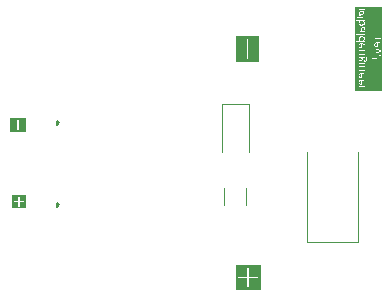
<source format=gbr>
%TF.GenerationSoftware,KiCad,Pcbnew,8.0.5*%
%TF.CreationDate,2024-10-20T11:11:32-05:00*%
%TF.ProjectId,Banana to USB-C Adapter v3,42616e61-6e61-4207-946f-205553422d43,2*%
%TF.SameCoordinates,Original*%
%TF.FileFunction,Legend,Bot*%
%TF.FilePolarity,Positive*%
%FSLAX46Y46*%
G04 Gerber Fmt 4.6, Leading zero omitted, Abs format (unit mm)*
G04 Created by KiCad (PCBNEW 8.0.5) date 2024-10-20 11:11:32*
%MOMM*%
%LPD*%
G01*
G04 APERTURE LIST*
%ADD10C,0.150000*%
%ADD11C,0.120000*%
G04 APERTURE END LIST*
G36*
X127750000Y-95650000D02*
G01*
X129050000Y-95650000D01*
X129050000Y-95750000D01*
X127750000Y-95750000D01*
X127750000Y-95650000D01*
G37*
G36*
X127750000Y-96750000D02*
G01*
X129050000Y-96750000D01*
X129050000Y-96850000D01*
X127750000Y-96850000D01*
X127750000Y-96750000D01*
G37*
D10*
X131725000Y-95925000D02*
X131725000Y-96275000D01*
X131725000Y-95950000D02*
X131725000Y-95925000D01*
X131725000Y-103175000D02*
X131900000Y-103000000D01*
X131725000Y-96275000D02*
X131900000Y-96100000D01*
X131725000Y-95925000D02*
X131900000Y-96100000D01*
X131725000Y-102825000D02*
X131725000Y-103175000D01*
G36*
X127750000Y-95675000D02*
G01*
X128200000Y-95675000D01*
X128200000Y-96825000D01*
X127750000Y-96825000D01*
X127750000Y-95675000D01*
G37*
G36*
X146850000Y-88750000D02*
G01*
X147550000Y-88750000D01*
X147550000Y-90900000D01*
X146850000Y-90900000D01*
X146850000Y-88750000D01*
G37*
G36*
X128550000Y-95675000D02*
G01*
X129050000Y-95675000D01*
X129050000Y-96825000D01*
X128550000Y-96825000D01*
X128550000Y-95675000D01*
G37*
X131725000Y-102850000D02*
X131725000Y-102825000D01*
G36*
X148100000Y-88750000D02*
G01*
X148800000Y-88750000D01*
X148800000Y-90900000D01*
X148100000Y-90900000D01*
X148100000Y-88750000D01*
G37*
G36*
X146850000Y-90700000D02*
G01*
X148750000Y-90700000D01*
X148750000Y-90900000D01*
X146850000Y-90900000D01*
X146850000Y-90700000D01*
G37*
G36*
X146850000Y-88750000D02*
G01*
X148750000Y-88750000D01*
X148750000Y-88950000D01*
X146850000Y-88950000D01*
X146850000Y-88750000D01*
G37*
X131725000Y-102825000D02*
X131900000Y-103000000D01*
G36*
X148958601Y-110215724D02*
G01*
X146843230Y-110215724D01*
X146843230Y-109143406D01*
X147065452Y-109143406D01*
X147065452Y-109172670D01*
X147076651Y-109199706D01*
X147097343Y-109220398D01*
X147124379Y-109231597D01*
X147139011Y-109233038D01*
X147825915Y-109233038D01*
X147825915Y-109919943D01*
X147827356Y-109934575D01*
X147838555Y-109961611D01*
X147859247Y-109982303D01*
X147886283Y-109993502D01*
X147915547Y-109993502D01*
X147942583Y-109982303D01*
X147963275Y-109961611D01*
X147974474Y-109934575D01*
X147975915Y-109919943D01*
X147975915Y-109233038D01*
X148662820Y-109233038D01*
X148677452Y-109231597D01*
X148704488Y-109220398D01*
X148725180Y-109199706D01*
X148736379Y-109172670D01*
X148736379Y-109143406D01*
X148725180Y-109116370D01*
X148704488Y-109095678D01*
X148677452Y-109084479D01*
X148662820Y-109083038D01*
X147975915Y-109083038D01*
X147975915Y-108396133D01*
X147974474Y-108381501D01*
X147963275Y-108354465D01*
X147942583Y-108333773D01*
X147915547Y-108322574D01*
X147886283Y-108322574D01*
X147859247Y-108333773D01*
X147838555Y-108354465D01*
X147827356Y-108381501D01*
X147825915Y-108396133D01*
X147825915Y-109083038D01*
X147139011Y-109083038D01*
X147124379Y-109084479D01*
X147097343Y-109095678D01*
X147076651Y-109116370D01*
X147065452Y-109143406D01*
X146843230Y-109143406D01*
X146843230Y-108100352D01*
X148958601Y-108100352D01*
X148958601Y-110215724D01*
G37*
G36*
X148136288Y-90881506D02*
G01*
X147541844Y-90881506D01*
X147541844Y-89061916D01*
X147764066Y-89061916D01*
X147764066Y-90585725D01*
X147765507Y-90600357D01*
X147776706Y-90627393D01*
X147797398Y-90648085D01*
X147824434Y-90659284D01*
X147853698Y-90659284D01*
X147880734Y-90648085D01*
X147901426Y-90627393D01*
X147912625Y-90600357D01*
X147914066Y-90585725D01*
X147914066Y-89061916D01*
X147912625Y-89047284D01*
X147901426Y-89020248D01*
X147880734Y-88999556D01*
X147853698Y-88988357D01*
X147824434Y-88988357D01*
X147797398Y-88999556D01*
X147776706Y-89020248D01*
X147765507Y-89047284D01*
X147764066Y-89061916D01*
X147541844Y-89061916D01*
X147541844Y-88766135D01*
X148136288Y-88766135D01*
X148136288Y-90881506D01*
G37*
G36*
X157452990Y-92752936D02*
G01*
X157413804Y-92750619D01*
X157374237Y-92738822D01*
X157347477Y-92721477D01*
X157322681Y-92689167D01*
X157311012Y-92649898D01*
X157309180Y-92622803D01*
X157314313Y-92582311D01*
X157321099Y-92563989D01*
X157343374Y-92530687D01*
X157352752Y-92521589D01*
X157385799Y-92500376D01*
X157398475Y-92495210D01*
X157437144Y-92486148D01*
X157452990Y-92484855D01*
X157452990Y-92752936D01*
G37*
G36*
X157452990Y-92195671D02*
G01*
X157413804Y-92193355D01*
X157374237Y-92181558D01*
X157347477Y-92164213D01*
X157322681Y-92131903D01*
X157311012Y-92092633D01*
X157309180Y-92065538D01*
X157314313Y-92025047D01*
X157321099Y-92006725D01*
X157343374Y-91973422D01*
X157352752Y-91964324D01*
X157385799Y-91943112D01*
X157398475Y-91937946D01*
X157437144Y-91928883D01*
X157452990Y-91927590D01*
X157452990Y-92195671D01*
G37*
G36*
X157868764Y-90541515D02*
G01*
X157884811Y-90563543D01*
X157897367Y-90600803D01*
X157902532Y-90641433D01*
X157903178Y-90664757D01*
X157900917Y-90704757D01*
X157895167Y-90733731D01*
X157879735Y-90770525D01*
X157874260Y-90778476D01*
X157844169Y-90802901D01*
X157808803Y-90810326D01*
X157770950Y-90796800D01*
X157760150Y-90784143D01*
X157745379Y-90746739D01*
X157741782Y-90713605D01*
X157737484Y-90585622D01*
X157763471Y-90556704D01*
X157786723Y-90538923D01*
X157808803Y-90529739D01*
X157831273Y-90527395D01*
X157868764Y-90541515D01*
G37*
G36*
X157454472Y-90560456D02*
G01*
X157488747Y-90582105D01*
X157509634Y-90617872D01*
X157515490Y-90656767D01*
X157515516Y-90659872D01*
X157510098Y-90698728D01*
X157507309Y-90706376D01*
X157484644Y-90739202D01*
X157451231Y-90758351D01*
X157411762Y-90764799D01*
X157371055Y-90758702D01*
X157336339Y-90737053D01*
X157315969Y-90703445D01*
X157309286Y-90664421D01*
X157309180Y-90658113D01*
X157315161Y-90618469D01*
X157317581Y-90612196D01*
X157340833Y-90579760D01*
X157374832Y-90560612D01*
X157413583Y-90554365D01*
X157414888Y-90554359D01*
X157454472Y-90560456D01*
G37*
G36*
X157452990Y-89678211D02*
G01*
X157413804Y-89675895D01*
X157374237Y-89664098D01*
X157347477Y-89646753D01*
X157322681Y-89614443D01*
X157311012Y-89575173D01*
X157309180Y-89548079D01*
X157314313Y-89507587D01*
X157321099Y-89489265D01*
X157343374Y-89455962D01*
X157352752Y-89446864D01*
X157385799Y-89425652D01*
X157398475Y-89420486D01*
X157437144Y-89411423D01*
X157452990Y-89410130D01*
X157452990Y-89678211D01*
G37*
G36*
X158796990Y-89578952D02*
G01*
X158757804Y-89576635D01*
X158718237Y-89564838D01*
X158691477Y-89547493D01*
X158666681Y-89515183D01*
X158655012Y-89475914D01*
X158653180Y-89448819D01*
X158658313Y-89408327D01*
X158665099Y-89390005D01*
X158687374Y-89356703D01*
X158696752Y-89347605D01*
X158729799Y-89326392D01*
X158742475Y-89321227D01*
X158781144Y-89312164D01*
X158796990Y-89310871D01*
X158796990Y-89578952D01*
G37*
G36*
X157548316Y-88823202D02*
G01*
X157582732Y-88827269D01*
X157620925Y-88836522D01*
X157647212Y-88847395D01*
X157679345Y-88870155D01*
X157692348Y-88885301D01*
X157707338Y-88921549D01*
X157709347Y-88944701D01*
X157704462Y-88979481D01*
X157687658Y-89013871D01*
X157662867Y-89044659D01*
X157657177Y-89050605D01*
X157627321Y-89078219D01*
X157611064Y-89091442D01*
X157410785Y-89091442D01*
X157379012Y-89064102D01*
X157351599Y-89035290D01*
X157339856Y-89020123D01*
X157321538Y-88985148D01*
X157315432Y-88948609D01*
X157321996Y-88909255D01*
X157332236Y-88889600D01*
X157360152Y-88860710D01*
X157376200Y-88850326D01*
X157413218Y-88834725D01*
X157438140Y-88828441D01*
X157477419Y-88822912D01*
X157508482Y-88821603D01*
X157548316Y-88823202D01*
G37*
G36*
X157671812Y-88034372D02*
G01*
X157692934Y-88050186D01*
X157711859Y-88086078D01*
X157715600Y-88118574D01*
X157709262Y-88159176D01*
X157697623Y-88184813D01*
X157672912Y-88218082D01*
X157644445Y-88246805D01*
X157642131Y-88248902D01*
X157537400Y-88248902D01*
X157537400Y-88171330D01*
X157539673Y-88130457D01*
X157543848Y-88106460D01*
X157557315Y-88069322D01*
X157562411Y-88060933D01*
X157592110Y-88034164D01*
X157630376Y-88025770D01*
X157631775Y-88025762D01*
X157671812Y-88034372D01*
G37*
G36*
X157645768Y-87496139D02*
G01*
X157673181Y-87524969D01*
X157684923Y-87540012D01*
X157703241Y-87574743D01*
X157709347Y-87610940D01*
X157702783Y-87649622D01*
X157692543Y-87669167D01*
X157664358Y-87698141D01*
X157648189Y-87708441D01*
X157610987Y-87724042D01*
X157586249Y-87730326D01*
X157547251Y-87736013D01*
X157516493Y-87737360D01*
X157476201Y-87735705D01*
X157441657Y-87731498D01*
X157403429Y-87722341D01*
X157377372Y-87711372D01*
X157345411Y-87688612D01*
X157332431Y-87673466D01*
X157317092Y-87635685D01*
X157315432Y-87614848D01*
X157320512Y-87580067D01*
X157337316Y-87545483D01*
X157361969Y-87514833D01*
X157367602Y-87508944D01*
X157397559Y-87481683D01*
X157414106Y-87468497D01*
X157613995Y-87468497D01*
X157645768Y-87496139D01*
G37*
G36*
X157568616Y-86671370D02*
G01*
X157590938Y-86681254D01*
X157611403Y-86716435D01*
X157612431Y-86730688D01*
X157608133Y-86757457D01*
X157594455Y-86786571D01*
X157571344Y-86818129D01*
X157570422Y-86819202D01*
X157543693Y-86848521D01*
X157535055Y-86857499D01*
X157393004Y-86883878D01*
X157360834Y-86861333D01*
X157340052Y-86840891D01*
X157322833Y-86804657D01*
X157321685Y-86791065D01*
X157330832Y-86752806D01*
X157332822Y-86749251D01*
X157359178Y-86718568D01*
X157361350Y-86716815D01*
X157395373Y-86696021D01*
X157400819Y-86693564D01*
X157438913Y-86679911D01*
X157446151Y-86677932D01*
X157485602Y-86670025D01*
X157491092Y-86669335D01*
X157529584Y-86666795D01*
X157568616Y-86671370D01*
G37*
G36*
X159220394Y-93357470D02*
G01*
X156923291Y-93357470D01*
X156923291Y-93196481D01*
X157237274Y-93196481D01*
X157238056Y-93212698D01*
X157240987Y-93231651D01*
X157245872Y-93249432D01*
X157251343Y-93260765D01*
X157256618Y-93265064D01*
X157262871Y-93267018D01*
X157273813Y-93268190D01*
X157293548Y-93268581D01*
X157313674Y-93267995D01*
X157326374Y-93265650D01*
X157333408Y-93261547D01*
X157335949Y-93254708D01*
X157333408Y-93243961D01*
X157328524Y-93229698D01*
X157323834Y-93211917D01*
X157321685Y-93190423D01*
X157327547Y-93163459D01*
X157346500Y-93135713D01*
X157376142Y-93109213D01*
X157381475Y-93105231D01*
X157414234Y-93082944D01*
X157434818Y-93070060D01*
X157758000Y-93070060D01*
X157765425Y-93067911D01*
X157770701Y-93060681D01*
X157774023Y-93047004D01*
X157775000Y-93024534D01*
X157774023Y-93002454D01*
X157770701Y-92988386D01*
X157765425Y-92981351D01*
X157758000Y-92979397D01*
X157266779Y-92979397D01*
X157259354Y-92980961D01*
X157253883Y-92987604D01*
X157250561Y-93000305D01*
X157249780Y-93020626D01*
X157250561Y-93040751D01*
X157253883Y-93053061D01*
X157259354Y-93059314D01*
X157266779Y-93061268D01*
X157338293Y-93061268D01*
X157305533Y-93084503D01*
X157287882Y-93099370D01*
X157260890Y-93128174D01*
X157257205Y-93133173D01*
X157241573Y-93164827D01*
X157237274Y-93196481D01*
X156923291Y-93196481D01*
X156923291Y-92626711D01*
X157237274Y-92626711D01*
X157239885Y-92667936D01*
X157248604Y-92707077D01*
X157255837Y-92725776D01*
X157276030Y-92761024D01*
X157303721Y-92791524D01*
X157305662Y-92793187D01*
X157339661Y-92816048D01*
X157376504Y-92831092D01*
X157379131Y-92831875D01*
X157419986Y-92840710D01*
X157460442Y-92844076D01*
X157469403Y-92844185D01*
X157485621Y-92844185D01*
X157515907Y-92833438D01*
X157524895Y-92809014D01*
X157524895Y-92484855D01*
X157565732Y-92486906D01*
X157602271Y-92493061D01*
X157639733Y-92506664D01*
X157661475Y-92520416D01*
X157688908Y-92550686D01*
X157699382Y-92570437D01*
X157709968Y-92609496D01*
X157712473Y-92645859D01*
X157710260Y-92686770D01*
X157706807Y-92708386D01*
X157696813Y-92746902D01*
X157693715Y-92756062D01*
X157680819Y-92789083D01*
X157674958Y-92808623D01*
X157676912Y-92815266D01*
X157682773Y-92819956D01*
X157693715Y-92822496D01*
X157710715Y-92823277D01*
X157723415Y-92822691D01*
X157732990Y-92821324D01*
X157740415Y-92818588D01*
X157746863Y-92813703D01*
X157757023Y-92795922D01*
X157770090Y-92758899D01*
X157770505Y-92757430D01*
X157779518Y-92717789D01*
X157782229Y-92702719D01*
X157786763Y-92662282D01*
X157787505Y-92636481D01*
X157785473Y-92596346D01*
X157778622Y-92556619D01*
X157770310Y-92529600D01*
X157751952Y-92492227D01*
X157727311Y-92460464D01*
X157719117Y-92452419D01*
X157686077Y-92427981D01*
X157649503Y-92410513D01*
X157633925Y-92405134D01*
X157593194Y-92395489D01*
X157551754Y-92390559D01*
X157514930Y-92389307D01*
X157472147Y-92391246D01*
X157432457Y-92397065D01*
X157399061Y-92405720D01*
X157362571Y-92420091D01*
X157328002Y-92440310D01*
X157311524Y-92453201D01*
X157283282Y-92482853D01*
X157261473Y-92517443D01*
X157256423Y-92528232D01*
X157244025Y-92565694D01*
X157237948Y-92606639D01*
X157237405Y-92622803D01*
X157237274Y-92626711D01*
X156923291Y-92626711D01*
X156923291Y-92069446D01*
X157237274Y-92069446D01*
X157239885Y-92110671D01*
X157248604Y-92149813D01*
X157255837Y-92168511D01*
X157276030Y-92203759D01*
X157303721Y-92234259D01*
X157305662Y-92235922D01*
X157339661Y-92258783D01*
X157376504Y-92273827D01*
X157379131Y-92274610D01*
X157419986Y-92283446D01*
X157460442Y-92286812D01*
X157469403Y-92286920D01*
X157485621Y-92286920D01*
X157515907Y-92276173D01*
X157524895Y-92251749D01*
X157524895Y-91927590D01*
X157565732Y-91929642D01*
X157602271Y-91935797D01*
X157639733Y-91949399D01*
X157661475Y-91963152D01*
X157688908Y-91993422D01*
X157699382Y-92013173D01*
X157709968Y-92052232D01*
X157712473Y-92088595D01*
X157710260Y-92129506D01*
X157706807Y-92151121D01*
X157696813Y-92189637D01*
X157693715Y-92198797D01*
X157680819Y-92231819D01*
X157674958Y-92251358D01*
X157676912Y-92258002D01*
X157682773Y-92262691D01*
X157693715Y-92265231D01*
X157710715Y-92266013D01*
X157723415Y-92265427D01*
X157732990Y-92264059D01*
X157740415Y-92261324D01*
X157746863Y-92256439D01*
X157757023Y-92238658D01*
X157770090Y-92201634D01*
X157770505Y-92200165D01*
X157779518Y-92160524D01*
X157782229Y-92145455D01*
X157786763Y-92105017D01*
X157787505Y-92079216D01*
X157785473Y-92039082D01*
X157778622Y-91999354D01*
X157770310Y-91972335D01*
X157751952Y-91934962D01*
X157727311Y-91903199D01*
X157719117Y-91895155D01*
X157686077Y-91870717D01*
X157649503Y-91853248D01*
X157633925Y-91847869D01*
X157593194Y-91838225D01*
X157551754Y-91833294D01*
X157514930Y-91832042D01*
X157472147Y-91833982D01*
X157432457Y-91839800D01*
X157399061Y-91848455D01*
X157362571Y-91862826D01*
X157328002Y-91883045D01*
X157311524Y-91895936D01*
X157283282Y-91925589D01*
X157261473Y-91960178D01*
X157256423Y-91970968D01*
X157244025Y-92008429D01*
X157237948Y-92049374D01*
X157237405Y-92065538D01*
X157237274Y-92069446D01*
X156923291Y-92069446D01*
X156923291Y-91525273D01*
X157237274Y-91525273D01*
X157240491Y-91565633D01*
X157252044Y-91604248D01*
X157254078Y-91608511D01*
X157276569Y-91642459D01*
X157299019Y-91663222D01*
X157333702Y-91682971D01*
X157364867Y-91693117D01*
X157403570Y-91699709D01*
X157445735Y-91702220D01*
X157455530Y-91702300D01*
X157758000Y-91702300D01*
X157765425Y-91700151D01*
X157770701Y-91692922D01*
X157774023Y-91679244D01*
X157775000Y-91657164D01*
X157774023Y-91634694D01*
X157770701Y-91620821D01*
X157765425Y-91613787D01*
X157757805Y-91611638D01*
X157467058Y-91611638D01*
X157426695Y-91609763D01*
X157398866Y-91604994D01*
X157361409Y-91590200D01*
X157354120Y-91585650D01*
X157327343Y-91556726D01*
X157325397Y-91553019D01*
X157315675Y-91514797D01*
X157315432Y-91506711D01*
X157323098Y-91468304D01*
X157339661Y-91438518D01*
X157365200Y-91408096D01*
X157393996Y-91380949D01*
X157410785Y-91367004D01*
X157757805Y-91367004D01*
X157765425Y-91364855D01*
X157770701Y-91357625D01*
X157774023Y-91343947D01*
X157775000Y-91321477D01*
X157774023Y-91299397D01*
X157770701Y-91285329D01*
X157765425Y-91278295D01*
X157758000Y-91276341D01*
X157266779Y-91276341D01*
X157259354Y-91277904D01*
X157253883Y-91284548D01*
X157250561Y-91297248D01*
X157249780Y-91317569D01*
X157250561Y-91337695D01*
X157253883Y-91350005D01*
X157259354Y-91356257D01*
X157266779Y-91358211D01*
X157331650Y-91358211D01*
X157301160Y-91386912D01*
X157274956Y-91418117D01*
X157260136Y-91441449D01*
X157244508Y-91477978D01*
X157237475Y-91517365D01*
X157237274Y-91525273D01*
X156923291Y-91525273D01*
X156923291Y-91065706D01*
X157040317Y-91065706D01*
X157047798Y-91104175D01*
X157051650Y-91109279D01*
X157090588Y-91121151D01*
X157094441Y-91121198D01*
X157133099Y-91113200D01*
X157138210Y-91109083D01*
X157149636Y-91070437D01*
X157149728Y-91065120D01*
X157249780Y-91065120D01*
X157250952Y-91087590D01*
X157254274Y-91101268D01*
X157259745Y-91108497D01*
X157266779Y-91110647D01*
X157758000Y-91110647D01*
X157765425Y-91108497D01*
X157770701Y-91101268D01*
X157774023Y-91087590D01*
X157775000Y-91065120D01*
X157774023Y-91043040D01*
X157770701Y-91028972D01*
X157765425Y-91021938D01*
X157758000Y-91019984D01*
X157266779Y-91019984D01*
X157259745Y-91021938D01*
X157254274Y-91028972D01*
X157250952Y-91043040D01*
X157249780Y-91065120D01*
X157149728Y-91065120D01*
X157149738Y-91064534D01*
X157142256Y-91025936D01*
X157138405Y-91020765D01*
X157099467Y-91009087D01*
X157095614Y-91009042D01*
X157057085Y-91017039D01*
X157052041Y-91021156D01*
X157040420Y-91059803D01*
X157040317Y-91065706D01*
X156923291Y-91065706D01*
X156923291Y-90659872D01*
X157237274Y-90659872D01*
X157240194Y-90699428D01*
X157240596Y-90701882D01*
X157249780Y-90738421D01*
X157249780Y-90887897D01*
X157259159Y-90901770D01*
X157287491Y-90906460D01*
X157316018Y-90901184D01*
X157324811Y-90887897D01*
X157324811Y-90816969D01*
X157356920Y-90840475D01*
X157365062Y-90843738D01*
X157403573Y-90851363D01*
X157410980Y-90851554D01*
X157450938Y-90848086D01*
X157486011Y-90837681D01*
X157521084Y-90817237D01*
X157541113Y-90798407D01*
X157564076Y-90764798D01*
X157575502Y-90737834D01*
X157584802Y-90698314D01*
X157587421Y-90659872D01*
X157583727Y-90619614D01*
X157579605Y-90602231D01*
X157564007Y-90566222D01*
X157559675Y-90560221D01*
X157583513Y-90544003D01*
X157614190Y-90537751D01*
X157647993Y-90555531D01*
X157659063Y-90585622D01*
X157661587Y-90592482D01*
X157662452Y-90603208D01*
X157667923Y-90732363D01*
X157671777Y-90771773D01*
X157678279Y-90799774D01*
X157693699Y-90836676D01*
X157704462Y-90853117D01*
X157732936Y-90880450D01*
X157746277Y-90888288D01*
X157784007Y-90899748D01*
X157803722Y-90900989D01*
X157843552Y-90895960D01*
X157869375Y-90886725D01*
X157903744Y-90864414D01*
X157924085Y-90842956D01*
X157945237Y-90809544D01*
X157960541Y-90770767D01*
X157961406Y-90767925D01*
X157970261Y-90728193D01*
X157974429Y-90686652D01*
X157975083Y-90660263D01*
X157973627Y-90617893D01*
X157968763Y-90577573D01*
X157964727Y-90558267D01*
X157952662Y-90520019D01*
X157937897Y-90491443D01*
X158393696Y-90491443D01*
X158396115Y-90531227D01*
X158404916Y-90571841D01*
X158408351Y-90581715D01*
X158425692Y-90617228D01*
X158448406Y-90646000D01*
X158479641Y-90670716D01*
X158507611Y-90684297D01*
X158546842Y-90694567D01*
X158579321Y-90696998D01*
X158620089Y-90694862D01*
X158647904Y-90690940D01*
X158685627Y-90680700D01*
X158721568Y-90665344D01*
X158757861Y-90644918D01*
X158791768Y-90622112D01*
X158809690Y-90608875D01*
X158841408Y-90583550D01*
X158872400Y-90556711D01*
X158901896Y-90529637D01*
X158921260Y-90511178D01*
X159037715Y-90398631D01*
X159037715Y-90707940D01*
X159040256Y-90716537D01*
X159047876Y-90723571D01*
X159060381Y-90728065D01*
X159077771Y-90729433D01*
X159095552Y-90728065D01*
X159108644Y-90724157D01*
X159116459Y-90717514D01*
X159119000Y-90708526D01*
X159119000Y-90315588D01*
X159117046Y-90302106D01*
X159110793Y-90292141D01*
X159097897Y-90286083D01*
X159077381Y-90284325D01*
X159058036Y-90285106D01*
X159043187Y-90288624D01*
X159030486Y-90295462D01*
X159016808Y-90306209D01*
X158872217Y-90444157D01*
X158841270Y-90472207D01*
X158809654Y-90498742D01*
X158780577Y-90520752D01*
X158746399Y-90543512D01*
X158710727Y-90563296D01*
X158706522Y-90565302D01*
X158669049Y-90580076D01*
X158645950Y-90585818D01*
X158606896Y-90590581D01*
X158594757Y-90590899D01*
X158555327Y-90584915D01*
X158550011Y-90583083D01*
X158515902Y-90563494D01*
X158512886Y-90560808D01*
X158489302Y-90528342D01*
X158487485Y-90524269D01*
X158478555Y-90486020D01*
X158478106Y-90473857D01*
X158482152Y-90434595D01*
X158488462Y-90413676D01*
X158504985Y-90377442D01*
X158510933Y-90366977D01*
X158532754Y-90334218D01*
X158533403Y-90333369D01*
X158543759Y-90313439D01*
X158541414Y-90306404D01*
X158533989Y-90301520D01*
X158520116Y-90298393D01*
X158499404Y-90297416D01*
X158484359Y-90298003D01*
X158473417Y-90299956D01*
X158464819Y-90303474D01*
X158454659Y-90312266D01*
X158438246Y-90335127D01*
X158419603Y-90371262D01*
X158417729Y-90375769D01*
X158404840Y-90413403D01*
X158400730Y-90429503D01*
X158394527Y-90469490D01*
X158393696Y-90491443D01*
X157937897Y-90491443D01*
X157936786Y-90489293D01*
X157909281Y-90459412D01*
X157894581Y-90450409D01*
X157856969Y-90439253D01*
X157841043Y-90438295D01*
X157805676Y-90442594D01*
X157773046Y-90456076D01*
X157743346Y-90478742D01*
X157716271Y-90508714D01*
X157715404Y-90509809D01*
X157691165Y-90478316D01*
X157679647Y-90469949D01*
X157642081Y-90457506D01*
X157632752Y-90457053D01*
X157592346Y-90462396D01*
X157570812Y-90470730D01*
X157537349Y-90491543D01*
X157521769Y-90504729D01*
X157488722Y-90483187D01*
X157476437Y-90477765D01*
X157436699Y-90468949D01*
X157415279Y-90467995D01*
X157375662Y-90471561D01*
X157340443Y-90482259D01*
X157306412Y-90501768D01*
X157284560Y-90521728D01*
X157261201Y-90555405D01*
X157249584Y-90582496D01*
X157239979Y-90622045D01*
X157237400Y-90658113D01*
X157237274Y-90659872D01*
X156923291Y-90659872D01*
X156923291Y-90153605D01*
X157237274Y-90153605D01*
X157240491Y-90193965D01*
X157252044Y-90232580D01*
X157254078Y-90236843D01*
X157276569Y-90270792D01*
X157299019Y-90291554D01*
X157333702Y-90311303D01*
X157364867Y-90321449D01*
X157403570Y-90328041D01*
X157445735Y-90330552D01*
X157455530Y-90330633D01*
X157758000Y-90330633D01*
X157765425Y-90328483D01*
X157770701Y-90321254D01*
X157774023Y-90307576D01*
X157775000Y-90285497D01*
X157774023Y-90263026D01*
X157770701Y-90249153D01*
X157765425Y-90242119D01*
X157757805Y-90239970D01*
X157467058Y-90239970D01*
X157426695Y-90238095D01*
X157398866Y-90233326D01*
X157361409Y-90218532D01*
X157354120Y-90213982D01*
X157327343Y-90185058D01*
X157325397Y-90181351D01*
X157315675Y-90143129D01*
X157315432Y-90135043D01*
X157323098Y-90096637D01*
X157339661Y-90066850D01*
X157365200Y-90036428D01*
X157393996Y-90009281D01*
X157410785Y-89995336D01*
X157757805Y-89995336D01*
X157765425Y-89993187D01*
X157770701Y-89985957D01*
X157774023Y-89972280D01*
X157775000Y-89949809D01*
X157774023Y-89927730D01*
X157770701Y-89913661D01*
X157765425Y-89906627D01*
X157758000Y-89904673D01*
X157266779Y-89904673D01*
X157259354Y-89906236D01*
X157253883Y-89912880D01*
X157250561Y-89925580D01*
X157249780Y-89945901D01*
X157250561Y-89966027D01*
X157253883Y-89978337D01*
X157259354Y-89984589D01*
X157266779Y-89986543D01*
X157331650Y-89986543D01*
X157301160Y-90015245D01*
X157274956Y-90046450D01*
X157260136Y-90069781D01*
X157244508Y-90106310D01*
X157237475Y-90145697D01*
X157237274Y-90153605D01*
X156923291Y-90153605D01*
X156923291Y-89779035D01*
X158593780Y-89779035D01*
X158594561Y-89804632D01*
X158597688Y-89819482D01*
X158603159Y-89827102D01*
X158611170Y-89831792D01*
X159016222Y-89971499D01*
X159022866Y-89973648D01*
X159016222Y-89975407D01*
X158611170Y-90113160D01*
X158603159Y-90117067D01*
X158597688Y-90125079D01*
X158594561Y-90139342D01*
X158593780Y-90163180D01*
X158594366Y-90184088D01*
X158597101Y-90196984D01*
X158602377Y-90203627D01*
X158609607Y-90205581D01*
X158614296Y-90205190D01*
X158619376Y-90204409D01*
X158625434Y-90203041D01*
X158632468Y-90201087D01*
X159099265Y-90032462D01*
X159109230Y-90026600D01*
X159115287Y-90015853D01*
X159118218Y-89997877D01*
X159119000Y-89970326D01*
X159118023Y-89942776D01*
X159114701Y-89924995D01*
X159108644Y-89914248D01*
X159099265Y-89908191D01*
X158632468Y-89740152D01*
X158621135Y-89736439D01*
X158613710Y-89734876D01*
X158609607Y-89734681D01*
X158601986Y-89736830D01*
X158596906Y-89744255D01*
X158594366Y-89757933D01*
X158593780Y-89779035D01*
X156923291Y-89779035D01*
X156923291Y-89551986D01*
X157237274Y-89551986D01*
X157239885Y-89593212D01*
X157248604Y-89632353D01*
X157255837Y-89651051D01*
X157276030Y-89686300D01*
X157303721Y-89716799D01*
X157305662Y-89718462D01*
X157339661Y-89741324D01*
X157376504Y-89756367D01*
X157379131Y-89757150D01*
X157419986Y-89765986D01*
X157460442Y-89769352D01*
X157469403Y-89769460D01*
X157485621Y-89769460D01*
X157515907Y-89758714D01*
X157524895Y-89734289D01*
X157524895Y-89410130D01*
X157565732Y-89412182D01*
X157602271Y-89418337D01*
X157639733Y-89431940D01*
X157661475Y-89445692D01*
X157688908Y-89475962D01*
X157699382Y-89495713D01*
X157709968Y-89534772D01*
X157712473Y-89571135D01*
X157710260Y-89612046D01*
X157706807Y-89633661D01*
X157696813Y-89672177D01*
X157693715Y-89681337D01*
X157680819Y-89714359D01*
X157674958Y-89733899D01*
X157676912Y-89740542D01*
X157682773Y-89745231D01*
X157693715Y-89747772D01*
X157710715Y-89748553D01*
X157723415Y-89747967D01*
X157732990Y-89746599D01*
X157740415Y-89743864D01*
X157746863Y-89738979D01*
X157757023Y-89721198D01*
X157770090Y-89684174D01*
X157770505Y-89682705D01*
X157779518Y-89643065D01*
X157782229Y-89627995D01*
X157786763Y-89587557D01*
X157787505Y-89561756D01*
X157785473Y-89521622D01*
X157778622Y-89481894D01*
X157770310Y-89454875D01*
X157769255Y-89452727D01*
X158581274Y-89452727D01*
X158583885Y-89493952D01*
X158592604Y-89533093D01*
X158599837Y-89551792D01*
X158620030Y-89587040D01*
X158647721Y-89617540D01*
X158649662Y-89619203D01*
X158683661Y-89642064D01*
X158720504Y-89657108D01*
X158723131Y-89657891D01*
X158763986Y-89666727D01*
X158804442Y-89670093D01*
X158813403Y-89670201D01*
X158829621Y-89670201D01*
X158859907Y-89659454D01*
X158868895Y-89635030D01*
X158868895Y-89310871D01*
X158909732Y-89312922D01*
X158946271Y-89319077D01*
X158983733Y-89332680D01*
X159005475Y-89346432D01*
X159032908Y-89376702D01*
X159043382Y-89396453D01*
X159053968Y-89435512D01*
X159056473Y-89471876D01*
X159054260Y-89512786D01*
X159050807Y-89534402D01*
X159040813Y-89572918D01*
X159037715Y-89582078D01*
X159024819Y-89615100D01*
X159018958Y-89634639D01*
X159020912Y-89641282D01*
X159026773Y-89645972D01*
X159037715Y-89648512D01*
X159054715Y-89649294D01*
X159067415Y-89648707D01*
X159076990Y-89647340D01*
X159084415Y-89644604D01*
X159090863Y-89639719D01*
X159101023Y-89621938D01*
X159114090Y-89584915D01*
X159114505Y-89583446D01*
X159123518Y-89543805D01*
X159126229Y-89528735D01*
X159130763Y-89488298D01*
X159131505Y-89462497D01*
X159129473Y-89422362D01*
X159122622Y-89382635D01*
X159114310Y-89355616D01*
X159095952Y-89318243D01*
X159071311Y-89286480D01*
X159063117Y-89278435D01*
X159030077Y-89253997D01*
X158993503Y-89236529D01*
X158977925Y-89231150D01*
X158937194Y-89221505D01*
X158895754Y-89216575D01*
X158858930Y-89215323D01*
X158816147Y-89217262D01*
X158776457Y-89223081D01*
X158743061Y-89231736D01*
X158706571Y-89246107D01*
X158672002Y-89266326D01*
X158655524Y-89279217D01*
X158627282Y-89308869D01*
X158605473Y-89343459D01*
X158600423Y-89354248D01*
X158588025Y-89391710D01*
X158581948Y-89432655D01*
X158581405Y-89448819D01*
X158581274Y-89452727D01*
X157769255Y-89452727D01*
X157751952Y-89417503D01*
X157727311Y-89385740D01*
X157719117Y-89377695D01*
X157686077Y-89353257D01*
X157649503Y-89335788D01*
X157633925Y-89330409D01*
X157593194Y-89320765D01*
X157551754Y-89315834D01*
X157514930Y-89314582D01*
X157472147Y-89316522D01*
X157432457Y-89322340D01*
X157399061Y-89330996D01*
X157362571Y-89345366D01*
X157328002Y-89365585D01*
X157311524Y-89378476D01*
X157283282Y-89408129D01*
X157261473Y-89442718D01*
X157256423Y-89453508D01*
X157244025Y-89490970D01*
X157237948Y-89531914D01*
X157237405Y-89548079D01*
X157237274Y-89551986D01*
X156923291Y-89551986D01*
X156923291Y-89136578D01*
X157012180Y-89136578D01*
X157013548Y-89159049D01*
X157016870Y-89172726D01*
X157022341Y-89180151D01*
X157029766Y-89182691D01*
X157758000Y-89182691D01*
X157765816Y-89180737D01*
X157770896Y-89174094D01*
X157774023Y-89161784D01*
X157775000Y-89143026D01*
X157774023Y-89123682D01*
X157771092Y-89111177D01*
X157766207Y-89103947D01*
X157758782Y-89101798D01*
X157696842Y-89101798D01*
X157708496Y-89090075D01*
X158581274Y-89090075D01*
X158582056Y-89106293D01*
X158584987Y-89125246D01*
X158589872Y-89143027D01*
X158595343Y-89154360D01*
X158600618Y-89158658D01*
X158606871Y-89160612D01*
X158617813Y-89161785D01*
X158637548Y-89162176D01*
X158657674Y-89161589D01*
X158670374Y-89159245D01*
X158677408Y-89155141D01*
X158679949Y-89148303D01*
X158677408Y-89137556D01*
X158672524Y-89123292D01*
X158667834Y-89105511D01*
X158665685Y-89084018D01*
X158671547Y-89057053D01*
X158690500Y-89029307D01*
X158720142Y-89002807D01*
X158725475Y-88998826D01*
X158758234Y-88976538D01*
X158778818Y-88963655D01*
X159102000Y-88963655D01*
X159109425Y-88961506D01*
X159114701Y-88954276D01*
X159118023Y-88940598D01*
X159119000Y-88918128D01*
X159118023Y-88896049D01*
X159114701Y-88881980D01*
X159109425Y-88874946D01*
X159102000Y-88872992D01*
X158610779Y-88872992D01*
X158603354Y-88874555D01*
X158597883Y-88881199D01*
X158594561Y-88893899D01*
X158593780Y-88914220D01*
X158594561Y-88934346D01*
X158597883Y-88946656D01*
X158603354Y-88952908D01*
X158610779Y-88954862D01*
X158682293Y-88954862D01*
X158649533Y-88978098D01*
X158631882Y-88992964D01*
X158604890Y-89021769D01*
X158601205Y-89026767D01*
X158585573Y-89058421D01*
X158581274Y-89090075D01*
X157708496Y-89090075D01*
X157726297Y-89072168D01*
X157752254Y-89039015D01*
X157763667Y-89020709D01*
X157779962Y-88982417D01*
X157787132Y-88941059D01*
X157787505Y-88928679D01*
X157783990Y-88887156D01*
X157772342Y-88848282D01*
X157766207Y-88835866D01*
X157742794Y-88803000D01*
X157712855Y-88776573D01*
X157708370Y-88773536D01*
X157671324Y-88753978D01*
X157631713Y-88740760D01*
X157622592Y-88738560D01*
X157581714Y-88731475D01*
X157542435Y-88728142D01*
X157518838Y-88727618D01*
X157479656Y-88728954D01*
X157439421Y-88733508D01*
X157402187Y-88741296D01*
X157362473Y-88754696D01*
X157325330Y-88773887D01*
X157313478Y-88781938D01*
X157282775Y-88810050D01*
X157259543Y-88843830D01*
X157257009Y-88848762D01*
X157243519Y-88885997D01*
X157237756Y-88924790D01*
X157237274Y-88940793D01*
X157238117Y-88948609D01*
X157241482Y-88979828D01*
X157255245Y-89017869D01*
X157256423Y-89020123D01*
X157278368Y-89053797D01*
X157306054Y-89084839D01*
X157312892Y-89091442D01*
X157029570Y-89091442D01*
X157022145Y-89093396D01*
X157016870Y-89100821D01*
X157013548Y-89114694D01*
X157012180Y-89136578D01*
X156923291Y-89136578D01*
X156923291Y-88547660D01*
X157012180Y-88547660D01*
X157013353Y-88570130D01*
X157016479Y-88583808D01*
X157021950Y-88591037D01*
X157029570Y-88593187D01*
X157758000Y-88593187D01*
X157765621Y-88591037D01*
X157770701Y-88583808D01*
X157774023Y-88570130D01*
X157775000Y-88547660D01*
X157774023Y-88525580D01*
X157770701Y-88511512D01*
X157765621Y-88504478D01*
X157758000Y-88502524D01*
X157029570Y-88502524D01*
X157021950Y-88504478D01*
X157016479Y-88511512D01*
X157013353Y-88525580D01*
X157012180Y-88547660D01*
X156923291Y-88547660D01*
X156923291Y-88143975D01*
X157237274Y-88143975D01*
X157239274Y-88184672D01*
X157246550Y-88225058D01*
X157249389Y-88234638D01*
X157265459Y-88270265D01*
X157284951Y-88295015D01*
X157316790Y-88317917D01*
X157343178Y-88328427D01*
X157383233Y-88336660D01*
X157424071Y-88338979D01*
X157758391Y-88338979D01*
X157768356Y-88334485D01*
X157773436Y-88322370D01*
X157775000Y-88300095D01*
X157773436Y-88277039D01*
X157768356Y-88264729D01*
X157758391Y-88261016D01*
X157708956Y-88261016D01*
X157736921Y-88231214D01*
X157759948Y-88198570D01*
X157765621Y-88188721D01*
X157781328Y-88150321D01*
X157787419Y-88109861D01*
X157787505Y-88104310D01*
X157784582Y-88065037D01*
X157777149Y-88033773D01*
X157760540Y-87997869D01*
X157747058Y-87979844D01*
X157715767Y-87953926D01*
X157698796Y-87945259D01*
X157659839Y-87934681D01*
X157633534Y-87932949D01*
X157593576Y-87937199D01*
X157559284Y-87949949D01*
X157527294Y-87973772D01*
X157507114Y-87998797D01*
X157488845Y-88034213D01*
X157476508Y-88073892D01*
X157475851Y-88076760D01*
X157469146Y-88116256D01*
X157465991Y-88156034D01*
X157465684Y-88171330D01*
X157465495Y-88180709D01*
X157465495Y-88248902D01*
X157427393Y-88248902D01*
X157387365Y-88245205D01*
X157377568Y-88242845D01*
X157342319Y-88224141D01*
X157341420Y-88223305D01*
X157320190Y-88189665D01*
X157319731Y-88188330D01*
X157312661Y-88148969D01*
X157312306Y-88135769D01*
X157315359Y-88096430D01*
X157320122Y-88075392D01*
X157333288Y-88037806D01*
X157337316Y-88028693D01*
X157354511Y-87995280D01*
X157362327Y-87975155D01*
X157360177Y-87967534D01*
X157353339Y-87961672D01*
X157341810Y-87958155D01*
X157326179Y-87957178D01*
X157303904Y-87958937D01*
X157288468Y-87968316D01*
X157271859Y-87993912D01*
X157256498Y-88031342D01*
X157255055Y-88035727D01*
X157244980Y-88073609D01*
X157242355Y-88087311D01*
X157237771Y-88126184D01*
X157237274Y-88143975D01*
X156923291Y-88143975D01*
X156923291Y-87422970D01*
X157012180Y-87422970D01*
X157013353Y-87445441D01*
X157016479Y-87459118D01*
X157021950Y-87466348D01*
X157029375Y-87468497D01*
X157319535Y-87468497D01*
X157291611Y-87498118D01*
X157281238Y-87511093D01*
X157259836Y-87544105D01*
X157256032Y-87551540D01*
X157242351Y-87588543D01*
X157241769Y-87591009D01*
X157239038Y-87614848D01*
X157237292Y-87630096D01*
X157237274Y-87632824D01*
X157240854Y-87674029D01*
X157252715Y-87712561D01*
X157258963Y-87724855D01*
X157282559Y-87757581D01*
X157312681Y-87783954D01*
X157317191Y-87786990D01*
X157354053Y-87806645D01*
X157393494Y-87819799D01*
X157402578Y-87821966D01*
X157443203Y-87829050D01*
X157482362Y-87832384D01*
X157505942Y-87832908D01*
X157545349Y-87831534D01*
X157585787Y-87826849D01*
X157623178Y-87818839D01*
X157662892Y-87805342D01*
X157700036Y-87785830D01*
X157711887Y-87777611D01*
X157742547Y-87749401D01*
X157765651Y-87715695D01*
X157768161Y-87710786D01*
X157782045Y-87671250D01*
X157787335Y-87629779D01*
X157787505Y-87620319D01*
X157783653Y-87580355D01*
X157782815Y-87576550D01*
X157768871Y-87539673D01*
X157767575Y-87537276D01*
X157744921Y-87503616D01*
X157741001Y-87498783D01*
X157714256Y-87470046D01*
X157701922Y-87458141D01*
X157758977Y-87458141D01*
X157766207Y-87455797D01*
X157771092Y-87448762D01*
X157774023Y-87436453D01*
X157775000Y-87417499D01*
X157774023Y-87398742D01*
X157770896Y-87386041D01*
X157765816Y-87379397D01*
X157758000Y-87377834D01*
X157029570Y-87377834D01*
X157021950Y-87379788D01*
X157016479Y-87386822D01*
X157013353Y-87400891D01*
X157012180Y-87422970D01*
X156923291Y-87422970D01*
X156923291Y-86853787D01*
X157049696Y-86853787D01*
X157051051Y-86897299D01*
X157055118Y-86937758D01*
X157062934Y-86979624D01*
X157071385Y-87009516D01*
X157086696Y-87048316D01*
X157105518Y-87082652D01*
X157130277Y-87115263D01*
X157132739Y-87117960D01*
X157161929Y-87144904D01*
X157195229Y-87166631D01*
X157229068Y-87181854D01*
X157269683Y-87193757D01*
X157309250Y-87200291D01*
X157351336Y-87202741D01*
X157355683Y-87202761D01*
X157395833Y-87201438D01*
X157432083Y-87198072D01*
X157472845Y-87191435D01*
X157507896Y-87182831D01*
X157545823Y-87169898D01*
X157577456Y-87155280D01*
X157611693Y-87133683D01*
X157634902Y-87113466D01*
X157660418Y-87081406D01*
X157673590Y-87056215D01*
X157684807Y-87016414D01*
X157687463Y-86981184D01*
X157682998Y-86941800D01*
X157682383Y-86939370D01*
X157667337Y-86905371D01*
X157641936Y-86880360D01*
X157605983Y-86866292D01*
X157633119Y-86836756D01*
X157643499Y-86823696D01*
X157664971Y-86790744D01*
X157668900Y-86783250D01*
X157682878Y-86745747D01*
X157683164Y-86744561D01*
X157687463Y-86707437D01*
X157683341Y-86668110D01*
X157682773Y-86665818D01*
X157669096Y-86633578D01*
X157647016Y-86609544D01*
X157617512Y-86593131D01*
X157581559Y-86583947D01*
X157541637Y-86581223D01*
X157538768Y-86581212D01*
X157497957Y-86583478D01*
X157485034Y-86584924D01*
X157446413Y-86591717D01*
X157422508Y-86597625D01*
X157384705Y-86610340D01*
X157359396Y-86621658D01*
X157325077Y-86642606D01*
X157304295Y-86659956D01*
X157278597Y-86690065D01*
X157264825Y-86714080D01*
X157252659Y-86752686D01*
X157249780Y-86787157D01*
X157250254Y-86791065D01*
X157253883Y-86820961D01*
X157266779Y-86852028D01*
X157288663Y-86880556D01*
X157318612Y-86907802D01*
X157319731Y-86908693D01*
X157271664Y-86918072D01*
X157260331Y-86927841D01*
X157256423Y-86956564D01*
X157257595Y-86973173D01*
X157260526Y-86983919D01*
X157265216Y-86989195D01*
X157271664Y-86989390D01*
X157522941Y-86940542D01*
X157562704Y-86937220D01*
X157590547Y-86944841D01*
X157611384Y-86979912D01*
X157612431Y-86994862D01*
X157602643Y-87033238D01*
X157601294Y-87035504D01*
X157574688Y-87064749D01*
X157571203Y-87067353D01*
X157536277Y-87086930D01*
X157527044Y-87090605D01*
X157489398Y-87102270D01*
X157473897Y-87105845D01*
X157434831Y-87112604D01*
X157416646Y-87114638D01*
X157377362Y-87117283D01*
X157360177Y-87117569D01*
X157319738Y-87115063D01*
X157281168Y-87107546D01*
X157270491Y-87104478D01*
X157232833Y-87088352D01*
X157199726Y-87064155D01*
X157195655Y-87060319D01*
X157169818Y-87028887D01*
X157150380Y-86992400D01*
X157144071Y-86976494D01*
X157133058Y-86937330D01*
X157127013Y-86896236D01*
X157124803Y-86854781D01*
X157124727Y-86844994D01*
X157126120Y-86805843D01*
X157130870Y-86765994D01*
X157138991Y-86729516D01*
X157152131Y-86690397D01*
X157170104Y-86652741D01*
X157177484Y-86640416D01*
X157201830Y-86606734D01*
X157229439Y-86577860D01*
X157233367Y-86574373D01*
X157266046Y-86549118D01*
X157300778Y-86528065D01*
X157336926Y-86510968D01*
X157373855Y-86497583D01*
X157412791Y-86486878D01*
X157445956Y-86479998D01*
X157485647Y-86474251D01*
X157511217Y-86471986D01*
X157550290Y-86470187D01*
X157562997Y-86470033D01*
X157603416Y-86471695D01*
X157644719Y-86477300D01*
X157673785Y-86484101D01*
X157712329Y-86498917D01*
X157746357Y-86520506D01*
X157760540Y-86532754D01*
X157787519Y-86564756D01*
X157807614Y-86601223D01*
X157817205Y-86625566D01*
X157827921Y-86665000D01*
X157834172Y-86705483D01*
X157837030Y-86745438D01*
X157837526Y-86772307D01*
X157836368Y-86812869D01*
X157833422Y-86844994D01*
X157828041Y-86883863D01*
X157825020Y-86901268D01*
X157816423Y-86939956D01*
X157812515Y-86960277D01*
X157814469Y-86965943D01*
X157820722Y-86969851D01*
X157831664Y-86971805D01*
X157848077Y-86972391D01*
X157861168Y-86972000D01*
X157870743Y-86970633D01*
X157878363Y-86967702D01*
X157884616Y-86962426D01*
X157892041Y-86943473D01*
X157900833Y-86904375D01*
X157901420Y-86901072D01*
X157906901Y-86862239D01*
X157909235Y-86838742D01*
X157911827Y-86798862D01*
X157912557Y-86760193D01*
X157911398Y-86716809D01*
X157907920Y-86676418D01*
X157901105Y-86633919D01*
X157891262Y-86595329D01*
X157888328Y-86586292D01*
X157873046Y-86548372D01*
X157852186Y-86511132D01*
X157827242Y-86479045D01*
X157818963Y-86470423D01*
X157789082Y-86444881D01*
X157755613Y-86424185D01*
X157718557Y-86408336D01*
X157710715Y-86405748D01*
X157669716Y-86395341D01*
X157630371Y-86389270D01*
X157588706Y-86386321D01*
X157569445Y-86386013D01*
X157530259Y-86387158D01*
X157503597Y-86388944D01*
X157462773Y-86393755D01*
X157424462Y-86400472D01*
X157384692Y-86410035D01*
X157346875Y-86421671D01*
X157338684Y-86424506D01*
X157300761Y-86439733D01*
X157263586Y-86458400D01*
X157253101Y-86464366D01*
X157219933Y-86485920D01*
X157188378Y-86510892D01*
X157174357Y-86523571D01*
X157145741Y-86554052D01*
X157122074Y-86585852D01*
X157109487Y-86606027D01*
X157090234Y-86643680D01*
X157075579Y-86681526D01*
X157065718Y-86714862D01*
X157057269Y-86754791D01*
X157051949Y-86797889D01*
X157049837Y-86839385D01*
X157049696Y-86853787D01*
X156923291Y-86853787D01*
X156923291Y-86297124D01*
X159220394Y-86297124D01*
X159220394Y-93357470D01*
G37*
G36*
X128601744Y-96815621D02*
G01*
X128229522Y-96815621D01*
X128229522Y-95869047D01*
X128340633Y-95869047D01*
X128340633Y-96630951D01*
X128342074Y-96645583D01*
X128353273Y-96672619D01*
X128373965Y-96693311D01*
X128401001Y-96704510D01*
X128430265Y-96704510D01*
X128457301Y-96693311D01*
X128477993Y-96672619D01*
X128489192Y-96645583D01*
X128490633Y-96630951D01*
X128490633Y-95869047D01*
X128489192Y-95854415D01*
X128477993Y-95827379D01*
X128457301Y-95806687D01*
X128430265Y-95795488D01*
X128401001Y-95795488D01*
X128373965Y-95806687D01*
X128353273Y-95827379D01*
X128342074Y-95854415D01*
X128340633Y-95869047D01*
X128229522Y-95869047D01*
X128229522Y-95684377D01*
X128601744Y-95684377D01*
X128601744Y-96815621D01*
G37*
G36*
X129055121Y-103289489D02*
G01*
X127923877Y-103289489D01*
X127923877Y-102709234D01*
X128034988Y-102709234D01*
X128034988Y-102738498D01*
X128046187Y-102765534D01*
X128066879Y-102786226D01*
X128093915Y-102797425D01*
X128108547Y-102798866D01*
X128414499Y-102798866D01*
X128414499Y-103104819D01*
X128415940Y-103119451D01*
X128427139Y-103146487D01*
X128447831Y-103167179D01*
X128474867Y-103178378D01*
X128504131Y-103178378D01*
X128531167Y-103167179D01*
X128551859Y-103146487D01*
X128563058Y-103119451D01*
X128564499Y-103104819D01*
X128564499Y-102798866D01*
X128870451Y-102798866D01*
X128885083Y-102797425D01*
X128912119Y-102786226D01*
X128932811Y-102765534D01*
X128944010Y-102738498D01*
X128944010Y-102709234D01*
X128932811Y-102682198D01*
X128912119Y-102661506D01*
X128885083Y-102650307D01*
X128870451Y-102648866D01*
X128564499Y-102648866D01*
X128564499Y-102342914D01*
X128563058Y-102328282D01*
X128551859Y-102301246D01*
X128531167Y-102280554D01*
X128504131Y-102269355D01*
X128474867Y-102269355D01*
X128447831Y-102280554D01*
X128427139Y-102301246D01*
X128415940Y-102328282D01*
X128414499Y-102342914D01*
X128414499Y-102648866D01*
X128108547Y-102648866D01*
X128093915Y-102650307D01*
X128066879Y-102661506D01*
X128046187Y-102682198D01*
X128034988Y-102709234D01*
X127923877Y-102709234D01*
X127923877Y-102158244D01*
X129055121Y-102158244D01*
X129055121Y-103289489D01*
G37*
D11*
%TO.C,R2*%
X145880000Y-101542936D02*
X145880000Y-102997064D01*
X147700000Y-101542936D02*
X147700000Y-102997064D01*
%TO.C,D3*%
X152917000Y-98519000D02*
X152917000Y-106179000D01*
X152917000Y-106179000D02*
X157217000Y-106179000D01*
X157217000Y-98519000D02*
X157217000Y-106179000D01*
%TO.C,D2*%
X145655000Y-94460000D02*
X145655000Y-98520000D01*
X147925000Y-94460000D02*
X145655000Y-94460000D01*
X147925000Y-98520000D02*
X147925000Y-94460000D01*
%TD*%
M02*

</source>
